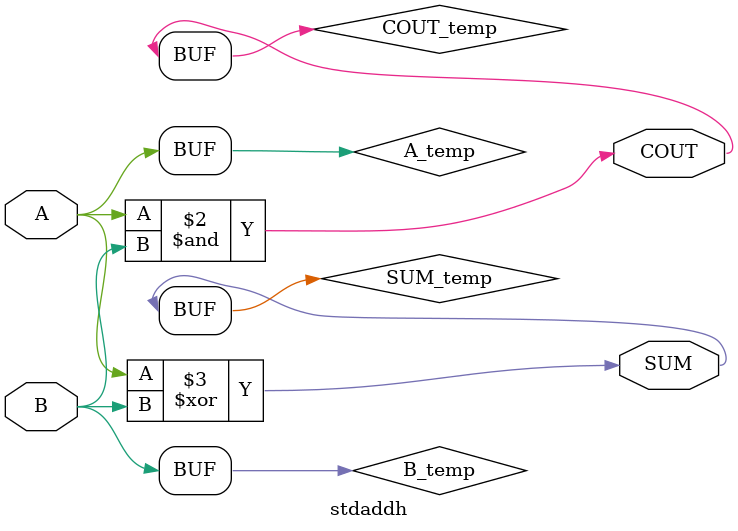
<source format=v>
module stdaddh(A,B,COUT,SUM);
  parameter
        d_A_r = 0,
        d_A_f = 0,
        d_B_r = 0,
        d_B_f = 0,
        d_COUT_r = 1,
        d_COUT_f = 1,
        d_SUM_r = 1,
        d_SUM_f = 1;
  input  A;
  input  B;
  output  COUT;
  output  SUM;
  wire  A_temp;
  wire  B_temp;
  reg  COUT_temp;
  reg  SUM_temp;
  assign #(d_A_r,d_A_f) A_temp = A;
  assign #(d_B_r,d_B_f) B_temp = B;
  assign #(d_COUT_r,d_COUT_f) COUT = COUT_temp;
  assign #(d_SUM_r,d_SUM_f) SUM = SUM_temp;
  always
    @(A_temp or B_temp)
      begin
      COUT_temp = (A_temp & B_temp);
      SUM_temp = (A_temp ^ B_temp);
      end
endmodule

</source>
